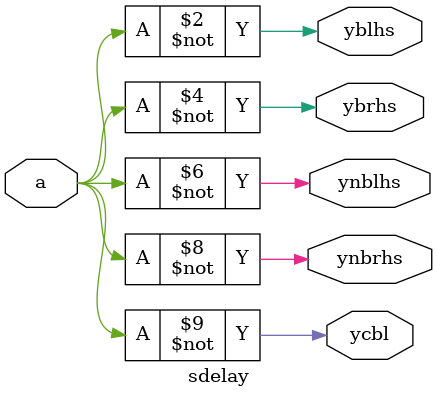
<source format=v>

`timescale 1ns/100ps

module sdelay (a, yblhs, ybrhs, ynblhs, ynbrhs, ycbl);
   output reg yblhs, ybrhs, ynblhs, ynbrhs;
   output ycbl;
   input a;

   always @(a)
     #4 yblhs = ~a;

   always @(a)
     ybrhs = #4 ~a;

   always @(a)
     #4 ynblhs <= ~a;

   always @(a)
     ynbrhs <= #4 ~a;

   assign #4 ycbl = ~a;
   // assign ycbr = #4 ~a;
   //  assign #4 ycnbl <= ~a;
   // assign ycnbl <= #4 ~a;
   
endmodule 

</source>
